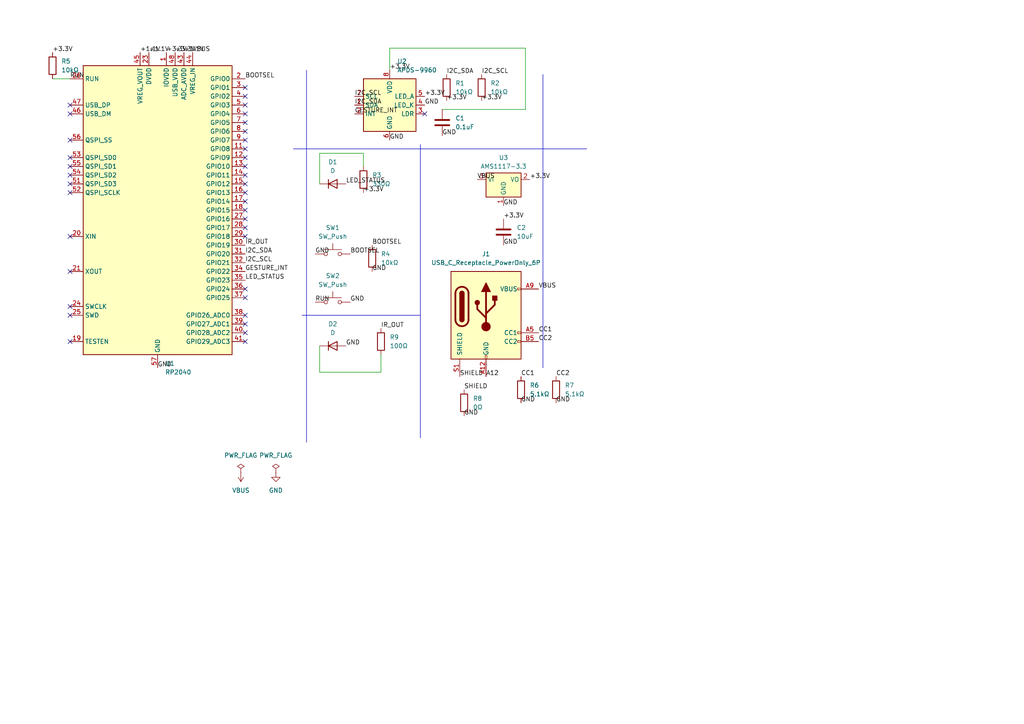
<source format=kicad_sch>
(kicad_sch (version 20231120) (generator "eeschema") (generator_version "8.0")
  (paper "A4")
  (lib_symbols
    (symbol "Connector:USB_C_Receptacle_PowerOnly_6P" (pin_names (offset 1.016))
      (property "Reference" "J" (at 0 16.51 0))
      (property "Value" "USB_C_Receptacle_PowerOnly_6P" (at 0 13.97 0))
      (symbol "USB_C_Receptacle_PowerOnly_6P_0_0"
        (rectangle (start -0.254 -12.7) (end 0.254 -11.684))
        (rectangle (start 10.16 -7.366) (end 9.144 -7.874))
        (rectangle (start 10.16 -4.826) (end 9.144 -5.334))
        (rectangle (start 10.16 7.874) (end 9.144 7.366))
      )
      (symbol "USB_C_Receptacle_PowerOnly_6P_0_1"
        (rectangle (start -10.16 12.7) (end 10.16 -12.7) (stroke (width 0.254)) (fill (type background)))
        (arc (start -8.89 -1.27) (mid -6.985 -3.1667) (end -5.08 -1.27) (stroke (width 0.508)))
        (arc (start -7.62 -1.27) (mid -6.985 -1.9023) (end -6.35 -1.27) (stroke (width 0.254)))
        (arc (start -7.62 -1.27) (mid -6.985 -1.9023) (end -6.35 -1.27) (stroke (width 0.254)) (fill (type outline)))
        (rectangle (start -7.62 -1.27) (end -6.35 6.35) (stroke (width 0.254)) (fill (type outline)))
        (arc (start -6.35 6.35) (mid -6.985 6.9823) (end -7.62 6.35) (stroke (width 0.254)))
        (arc (start -6.35 6.35) (mid -6.985 6.9823) (end -7.62 6.35) (stroke (width 0.254)) (fill (type outline)))
        (arc (start -5.08 6.35) (mid -6.985 8.2467) (end -8.89 6.35) (stroke (width 0.508)))
        (circle (center -2.54 3.683) (radius 0.635) (stroke (width 0.254)) (fill (type outline)))
        (circle (center 0 -3.302) (radius 1.27) (fill (type outline)))
        (polyline (pts (xy -8.89 -1.27) (xy -8.89 6.35)) (stroke (width 0.508)))
        (polyline (pts (xy -5.08 6.35) (xy -5.08 -1.27)) (stroke (width 0.508)))
        (polyline (pts (xy 0 -3.302) (xy 0 6.858)) (stroke (width 0.508)))
        (polyline (pts (xy 0 -0.762) (xy -2.54 1.778) (xy -2.54 3.048)) (stroke (width 0.508)))
        (polyline (pts (xy 0 0.508) (xy 2.54 3.048) (xy 2.54 4.318)) (stroke (width 0.508)))
        (polyline (pts (xy -1.27 6.858) (xy 0 9.398) (xy 1.27 6.858) (xy -1.27 6.858)) (stroke (width 0.254)) (fill (type outline)))
        (rectangle (start 1.905 4.318) (end 3.175 5.588) (stroke (width 0.254)) (fill (type outline)))
      )
      (symbol "USB_C_Receptacle_PowerOnly_6P_1_1"
        (pin passive line (at 0 -17.78 90) (length 5.08) (name "GND") (number "A12"))
        (pin bidirectional line (at 15.24 -5.08 180) (length 5.08) (name "CC1") (number "A5"))
        (pin passive line (at 15.24 7.62 180) (length 5.08) (name "VBUS") (number "A9"))
        (pin passive line (at 0 -17.78 90) (length 5.08) hide (name "GND") (number "B12"))
        (pin bidirectional line (at 15.24 -7.62 180) (length 5.08) (name "CC2") (number "B5"))
        (pin passive line (at 15.24 7.62 180) (length 5.08) hide (name "VBUS") (number "B9"))
        (pin passive line (at -7.62 -17.78 90) (length 5.08) (name "SHIELD") (number "S1"))
      )
    )
    (symbol "Device:C" (pin_numbers hide) (pin_names (offset 0.254))
      (property "Reference" "C" (at 0.635 2.54 0))
      (property "Value" "C" (at 0.635 -2.54 0))
      (symbol "C_0_1"
        (polyline (pts (xy -2.032 -0.762) (xy 2.032 -0.762)) (stroke (width 0.508)))
        (polyline (pts (xy -2.032 0.762) (xy 2.032 0.762)) (stroke (width 0.508)))
      )
      (symbol "C_1_1"
        (pin passive line (at 0 3.81 270) (length 2.794) (name "~") (number "1"))
        (pin passive line (at 0 -3.81 90) (length 2.794) (name "~") (number "2"))
      )
    )
    (symbol "Device:D" (pin_numbers hide) (pin_names (offset 1.016) hide)
      (property "Reference" "D" (at 0 2.54 0))
      (property "Value" "D" (at 0 -2.54 0))
      (symbol "D_0_1"
        (polyline (pts (xy -1.27 1.27) (xy -1.27 -1.27)) (stroke (width 0.254)))
        (polyline (pts (xy 1.27 0) (xy -1.27 0)))
        (polyline (pts (xy 1.27 1.27) (xy 1.27 -1.27) (xy -1.27 0) (xy 1.27 1.27)) (stroke (width 0.254)))
      )
      (symbol "D_1_1"
        (pin passive line (at -3.81 0 0) (length 2.54) (name "K") (number "1"))
        (pin passive line (at 3.81 0 180) (length 2.54) (name "A") (number "2"))
      )
    )
    (symbol "Device:R" (pin_numbers hide) (pin_names (offset 0))
      (property "Reference" "R" (at 2.032 0 90))
      (property "Value" "R" (at 0 0 90))
      (symbol "R_0_1"
        (rectangle (start -1.016 -2.54) (end 1.016 2.54) (stroke (width 0.254)))
      )
      (symbol "R_1_1"
        (pin passive line (at 0 3.81 270) (length 1.27) (name "~") (number "1"))
        (pin passive line (at 0 -3.81 90) (length 1.27) (name "~") (number "2"))
      )
    )
    (symbol "MCU_RaspberryPi:RP2040"
      (property "Reference" "U" (at 17.78 45.72 0))
      (property "Value" "RP2040" (at 17.78 43.18 0))
      (symbol "RP2040_0_1"
        (rectangle (start -21.59 41.91) (end 21.59 -41.91) (stroke (width 0.254)) (fill (type background)))
      )
      (symbol "RP2040_1_1"
        (pin power_in line (at 2.54 45.72 270) (length 3.81) (name "IOVDD") (number "1"))
        (pin passive line (at 2.54 45.72 270) (length 3.81) hide (name "IOVDD") (number "10"))
        (pin bidirectional line (at 25.4 17.78 180) (length 3.81) (name "GPIO8") (number "11"))
        (pin bidirectional line (at 25.4 15.24 180) (length 3.81) (name "GPIO9") (number "12"))
        (pin bidirectional line (at 25.4 12.7 180) (length 3.81) (name "GPIO10") (number "13"))
        (pin bidirectional line (at 25.4 10.16 180) (length 3.81) (name "GPIO11") (number "14"))
        (pin bidirectional line (at 25.4 7.62 180) (length 3.81) (name "GPIO12") (number "15"))
        (pin bidirectional line (at 25.4 5.08 180) (length 3.81) (name "GPIO13") (number "16"))
        (pin bidirectional line (at 25.4 2.54 180) (length 3.81) (name "GPIO14") (number "17"))
        (pin bidirectional line (at 25.4 0 180) (length 3.81) (name "GPIO15") (number "18"))
        (pin input line (at -25.4 -38.1 0) (length 3.81) (name "TESTEN") (number "19"))
        (pin bidirectional line (at 25.4 38.1 180) (length 3.81) (name "GPIO0") (number "2"))
        (pin input line (at -25.4 -7.62 0) (length 3.81) (name "XIN") (number "20"))
        (pin passive line (at -25.4 -17.78 0) (length 3.81) (name "XOUT") (number "21"))
        (pin passive line (at 2.54 45.72 270) (length 3.81) hide (name "IOVDD") (number "22"))
        (pin power_in line (at -2.54 45.72 270) (length 3.81) (name "DVDD") (number "23"))
        (pin input line (at -25.4 -27.94 0) (length 3.81) (name "SWCLK") (number "24"))
        (pin bidirectional line (at -25.4 -30.48 0) (length 3.81) (name "SWD") (number "25"))
        (pin input line (at -25.4 38.1 0) (length 3.81) (name "RUN") (number "26"))
        (pin bidirectional line (at 25.4 -2.54 180) (length 3.81) (name "GPIO16") (number "27"))
        (pin bidirectional line (at 25.4 -5.08 180) (length 3.81) (name "GPIO17") (number "28"))
        (pin bidirectional line (at 25.4 -7.62 180) (length 3.81) (name "GPIO18") (number "29"))
        (pin bidirectional line (at 25.4 35.56 180) (length 3.81) (name "GPIO1") (number "3"))
        (pin bidirectional line (at 25.4 -10.16 180) (length 3.81) (name "GPIO19") (number "30"))
        (pin bidirectional line (at 25.4 -12.7 180) (length 3.81) (name "GPIO20") (number "31"))
        (pin bidirectional line (at 25.4 -15.24 180) (length 3.81) (name "GPIO21") (number "32"))
        (pin passive line (at 2.54 45.72 270) (length 3.81) hide (name "IOVDD") (number "33"))
        (pin bidirectional line (at 25.4 -17.78 180) (length 3.81) (name "GPIO22") (number "34"))
        (pin bidirectional line (at 25.4 -20.32 180) (length 3.81) (name "GPIO23") (number "35"))
        (pin bidirectional line (at 25.4 -22.86 180) (length 3.81) (name "GPIO24") (number "36"))
        (pin bidirectional line (at 25.4 -25.4 180) (length 3.81) (name "GPIO25") (number "37"))
        (pin bidirectional line (at 25.4 -30.48 180) (length 3.81) (name "GPIO26_ADC0") (number "38"))
        (pin bidirectional line (at 25.4 -33.02 180) (length 3.81) (name "GPIO27_ADC1") (number "39"))
        (pin bidirectional line (at 25.4 33.02 180) (length 3.81) (name "GPIO2") (number "4"))
        (pin bidirectional line (at 25.4 -35.56 180) (length 3.81) (name "GPIO28_ADC2") (number "40"))
        (pin bidirectional line (at 25.4 -38.1 180) (length 3.81) (name "GPIO29_ADC3") (number "41"))
        (pin passive line (at 2.54 45.72 270) (length 3.81) hide (name "IOVDD") (number "42"))
        (pin power_in line (at 7.62 45.72 270) (length 3.81) (name "ADC_AVDD") (number "43"))
        (pin power_in line (at 10.16 45.72 270) (length 3.81) (name "VREG_IN") (number "44"))
        (pin power_out line (at -5.08 45.72 270) (length 3.81) (name "VREG_VOUT") (number "45"))
        (pin bidirectional line (at -25.4 27.94 0) (length 3.81) (name "USB_DM") (number "46"))
        (pin bidirectional line (at -25.4 30.48 0) (length 3.81) (name "USB_DP") (number "47"))
        (pin power_in line (at 5.08 45.72 270) (length 3.81) (name "USB_VDD") (number "48"))
        (pin passive line (at 2.54 45.72 270) (length 3.81) hide (name "IOVDD") (number "49"))
        (pin bidirectional line (at 25.4 30.48 180) (length 3.81) (name "GPIO3") (number "5"))
        (pin passive line (at -2.54 45.72 270) (length 3.81) hide (name "DVDD") (number "50"))
        (pin bidirectional line (at -25.4 7.62 0) (length 3.81) (name "QSPI_SD3") (number "51"))
        (pin output line (at -25.4 5.08 0) (length 3.81) (name "QSPI_SCLK") (number "52"))
        (pin bidirectional line (at -25.4 15.24 0) (length 3.81) (name "QSPI_SD0") (number "53"))
        (pin bidirectional line (at -25.4 10.16 0) (length 3.81) (name "QSPI_SD2") (number "54"))
        (pin bidirectional line (at -25.4 12.7 0) (length 3.81) (name "QSPI_SD1") (number "55"))
        (pin bidirectional line (at -25.4 20.32 0) (length 3.81) (name "QSPI_SS") (number "56"))
        (pin power_in line (at 0 -45.72 90) (length 3.81) (name "GND") (number "57"))
        (pin bidirectional line (at 25.4 27.94 180) (length 3.81) (name "GPIO4") (number "6"))
        (pin bidirectional line (at 25.4 25.4 180) (length 3.81) (name "GPIO5") (number "7"))
        (pin bidirectional line (at 25.4 22.86 180) (length 3.81) (name "GPIO6") (number "8"))
        (pin bidirectional line (at 25.4 20.32 180) (length 3.81) (name "GPIO7") (number "9"))
      )
    )
    (symbol "Regulator_Linear:AMS1117-3.3"
      (property "Reference" "U" (at -3.81 3.175 0))
      (property "Value" "AMS1117-3.3" (at 0 3.175 0))
      (symbol "AMS1117-3.3_0_1"
        (rectangle (start -5.08 -5.08) (end 5.08 1.905) (stroke (width 0.254)) (fill (type background)))
      )
      (symbol "AMS1117-3.3_1_1"
        (pin power_in line (at 0 -7.62 90) (length 2.54) (name "GND") (number "1"))
        (pin power_out line (at 7.62 0 180) (length 2.54) (name "VO") (number "2"))
        (pin power_in line (at -7.62 0 0) (length 2.54) (name "VI") (number "3"))
      )
    )
    (symbol "Sensor:APDS-9960"
      (property "Reference" "U" (at -5.08 8.89 0))
      (property "Value" "APDS-9960" (at 6.35 8.89 0))
      (symbol "APDS-9960_0_1"
        (rectangle (start -7.62 7.62) (end 7.62 -7.62) (stroke (width 0.254)) (fill (type background)))
      )
      (symbol "APDS-9960_1_1"
        (pin bidirectional line (at -10.16 0 0) (length 2.54) (name "SDA") (number "1"))
        (pin open_collector line (at -10.16 -2.54 0) (length 2.54) (name "INT") (number "2"))
        (pin passive line (at 10.16 -2.54 180) (length 2.54) (name "LDR") (number "3"))
        (pin passive line (at 10.16 0 180) (length 2.54) (name "LED_K") (number "4"))
        (pin passive line (at 10.16 2.54 180) (length 2.54) (name "LED_A") (number "5"))
        (pin power_in line (at 0 -10.16 90) (length 2.54) (name "GND") (number "6"))
        (pin input line (at -10.16 2.54 0) (length 2.54) (name "SCL") (number "7"))
        (pin power_in line (at 0 10.16 270) (length 2.54) (name "VDD") (number "8"))
      )
    )
    (symbol "Switch:SW_Push" (pin_numbers hide) (pin_names (offset 1.016) hide)
      (property "Reference" "SW" (at 1.27 2.54 0))
      (property "Value" "SW_Push" (at 0 -1.524 0))
      (symbol "SW_Push_0_1"
        (circle (center -2.032 0) (radius 0.508))
        (polyline (pts (xy 0 1.27) (xy 0 3.048)))
        (polyline (pts (xy 2.54 1.27) (xy -2.54 1.27)))
        (circle (center 2.032 0) (radius 0.508))
        (pin passive line (at -5.08 0 0) (length 2.54) (name "1") (number "1"))
        (pin passive line (at 5.08 0 180) (length 2.54) (name "2") (number "2"))
      )
    )
    (symbol "power:GND" (power) (pin_numbers hide) (pin_names (offset 0) hide)
      (property "Value" "GND" (at 0 -3.81 0))
      (symbol "GND_0_1"
        (polyline (pts (xy 0 0) (xy 0 -1.27) (xy 1.27 -1.27) (xy 0 -2.54) (xy -1.27 -1.27) (xy 0 -1.27)))
      )
      (symbol "GND_1_1"
        (pin power_in line (at 0 0 270) (length 0) (name "~") (number "1"))
      )
    )
    (symbol "power:PWR_FLAG" (power) (pin_numbers hide) (pin_names (offset 0) hide)
      (property "Value" "PWR_FLAG" (at 0 3.81 0))
      (symbol "PWR_FLAG_0_0"
        (pin power_out line (at 0 0 90) (length 0) (name "~") (number "1"))
      )
      (symbol "PWR_FLAG_0_1"
        (polyline (pts (xy 0 0) (xy 0 1.27) (xy -1.016 1.905) (xy 0 2.54) (xy 1.016 1.905) (xy 0 1.27)))
      )
    )
    (symbol "power:VBUS" (power) (pin_numbers hide) (pin_names (offset 0) hide)
      (property "Value" "VBUS" (at 0 3.556 0))
      (symbol "VBUS_0_1"
        (polyline (pts (xy -0.762 1.27) (xy 0 2.54)))
        (polyline (pts (xy 0 0) (xy 0 2.54)))
        (polyline (pts (xy 0 2.54) (xy 0.762 1.27)))
      )
      (symbol "VBUS_1_1"
        (pin power_in line (at 0 0 90) (length 0) (name "~") (number "1"))
      )
    )
  )
  (no_connect (at 71.12 45.72))
  (no_connect (at 71.12 53.34))
  (no_connect (at 20.32 91.44))
  (no_connect (at 71.12 38.1))
  (no_connect (at 71.12 50.8))
  (no_connect (at 71.12 66.04))
  (no_connect (at 20.32 78.74))
  (no_connect (at 71.12 27.94))
  (no_connect (at 20.32 88.9))
  (no_connect (at 20.32 30.48))
  (no_connect (at 71.12 63.5))
  (no_connect (at 71.12 68.58))
  (no_connect (at 71.12 55.88))
  (no_connect (at 71.12 96.52))
  (no_connect (at 20.32 55.88))
  (no_connect (at 71.12 83.82))
  (no_connect (at 20.32 99.06))
  (no_connect (at 71.12 33.02))
  (no_connect (at 71.12 40.64))
  (no_connect (at 20.32 45.72))
  (no_connect (at 71.12 30.48))
  (no_connect (at 71.12 35.56))
  (no_connect (at 71.12 60.96))
  (no_connect (at 20.32 53.34))
  (no_connect (at 20.32 48.26))
  (no_connect (at 20.32 50.8))
  (no_connect (at 71.12 91.44))
  (no_connect (at 71.12 93.98))
  (no_connect (at 71.12 43.18))
  (no_connect (at 71.12 25.4))
  (no_connect (at 71.12 86.36))
  (no_connect (at 123.19 33.02))
  (no_connect (at 71.12 99.06))
  (no_connect (at 20.32 68.58))
  (no_connect (at 20.32 40.64))
  (no_connect (at 20.32 33.02))
  (no_connect (at 71.12 48.26))
  (no_connect (at 71.12 58.42))
  (wire (pts (xy 105.41 44.45) (xy 105.41 48.26)))
  (polyline (pts (xy 88.9 20.32) (xy 88.9 128.27)))
  (wire (pts (xy 152.4 13.97) (xy 113.03 13.97)))
  (polyline (pts (xy 157.48 21.59) (xy 157.48 106.68)))
  (wire (pts (xy 92.71 44.45) (xy 105.41 44.45)))
  (polyline (pts (xy 121.92 91.44) (xy 87.63 91.44)))
  (polyline (pts (xy 121.92 41.91) (xy 121.92 127)))
  (wire (pts (xy 15.24 22.86) (xy 20.32 22.86)))
  (wire (pts (xy 113.03 13.97) (xy 113.03 20.32)))
  (wire (pts (xy 92.71 53.34) (xy 92.71 44.45)))
  (wire (pts (xy 110.49 107.95) (xy 92.71 107.95)))
  (polyline (pts (xy 170.18 43.18) (xy 85.09 43.18)))
  (wire (pts (xy 92.71 107.95) (xy 92.71 100.33)))
  (wire (pts (xy 152.4 31.75) (xy 152.4 13.97)))
  (wire (pts (xy 110.49 102.87) (xy 110.49 107.95)))
  (wire (pts (xy 128.27 31.75) (xy 152.4 31.75)))
  (label "RUN" (at 91.44 87.63 0))
  (label "BOOTSEL" (at 107.95 71.12 0))
  (label "GND" (at 161.29 116.84 0))
  (label "+3.3V" (at 129.54 29.21 0))
  (label "SHIELD" (at 134.62 113.03 0))
  (label "GND" (at 146.05 59.69 0))
  (label "SHIELD" (at 133.35 109.22 0))
  (label "GND" (at 134.62 120.65 0))
  (label "VBUS" (at 55.88 15.24 0))
  (label "+3.3V" (at 15.24 15.24 0))
  (label "GND" (at 100.33 100.33 0))
  (label "+3.3V" (at 146.05 63.5 0))
  (label "LED_STATUS" (at 100.33 53.34 0))
  (label "+3.3V" (at 105.41 55.88 0))
  (label "GND" (at 101.6 87.63 0))
  (label "GND" (at 128.27 39.37 0))
  (label "GND" (at 123.19 30.48 0))
  (label "+3.3V" (at 153.67 52.07 0))
  (label "I2C_SDA" (at 102.87 30.48 0))
  (label "I2C_SDA" (at 71.12 73.66 0))
  (label "GND" (at 113.03 40.64 0))
  (label "+3.3V" (at 113.03 20.32 0))
  (label "+1.1V" (at 43.18 15.24 0))
  (label "BOOTSEL" (at 71.12 22.86 0))
  (label "GND" (at 45.72 106.68 0))
  (label "VBUS" (at 138.43 52.07 0))
  (label "IR_OUT" (at 110.49 95.25 0))
  (label "+1.1V" (at 40.64 15.24 0))
  (label "VBUS" (at 156.21 83.82 0))
  (label "CC1" (at 156.21 96.52 0))
  (label "RUN" (at 20.32 22.86 0))
  (label "GND" (at 107.95 78.74 0))
  (label "A12" (at 140.97 109.22 0))
  (label "+3.3V" (at 48.26 15.24 0))
  (label "CC2" (at 161.29 109.22 0))
  (label "I2C_SCL" (at 71.12 76.2 0))
  (label "GND" (at 151.13 116.84 0))
  (label "I2C_SDA" (at 129.54 21.59 0))
  (label "LED_STATUS" (at 71.12 81.28 0))
  (label "GESTURE_INT" (at 102.87 33.02 0))
  (label "+3.3V" (at 123.19 27.94 0))
  (label "+3.3V" (at 50.8 15.24 0))
  (label "GND" (at 146.05 71.12 0))
  (label "GESTURE_INT" (at 71.12 78.74 0))
  (label "IR_OUT" (at 71.12 71.12 0))
  (label "GND" (at 91.44 73.66 0))
  (label "I2C_SCL" (at 139.7 21.59 0))
  (label "+3.3V" (at 139.7 29.21 0))
  (label "CC2" (at 156.21 99.06 0))
  (label "BOOTSEL" (at 101.6 73.66 0))
  (label "I2C_SCL" (at 102.87 27.94 0))
  (label "+1.1V" (at 53.34 15.24 0))
  (label "CC1" (at 151.13 109.22 0))
  (symbol (lib_id "Device:R") (at 110.49 99.06 0) (unit 1)
    (property "Reference" "R9" (at 113.03 97.7899 0) (effects (justify left)))
    (property "Value" "100Ω" (at 113.03 100.3299 0) (effects (justify left)))
    (property "Footprint" "Resistor_SMD:R_0603_1608Metric" (effects (hide yes)))
    (property "Description" "Resistor" (effects (hide yes)))
  )
  (symbol (lib_id "Device:C") (at 146.05 67.31 0) (unit 1)
    (property "Reference" "C2" (at 149.86 66.0399 0) (effects (justify left)))
    (property "Value" "10uF" (at 149.86 68.5799 0) (effects (justify left)))
    (property "Footprint" "Capacitor_SMD:C_0603_1608Metric" (effects (hide yes)))
    (property "Description" "Unpolarized capacitor" (effects (hide yes)))
  )
  (symbol (lib_id "Device:R") (at 105.41 52.07 0) (unit 1)
    (property "Reference" "R3" (at 107.95 50.7999 0) (effects (justify left)))
    (property "Value" "330Ω" (at 107.95 53.3399 0) (effects (justify left)))
    (property "Footprint" "Resistor_SMD:R_0603_1608Metric" (effects (hide yes)))
    (property "Description" "Resistor" (effects (hide yes)))
  )
  (symbol (lib_id "Device:R") (at 134.62 116.84 0) (unit 1)
    (property "Reference" "R8" (at 137.16 115.5699 0) (effects (justify left)))
    (property "Value" "0Ω" (at 137.16 118.1099 0) (effects (justify left)))
    (property "Footprint" "Resistor_SMD:R_0603_1608Metric" (effects (hide yes)))
    (property "Description" "Resistor" (effects (hide yes)))
  )
  (symbol (lib_id "Device:R") (at 15.24 19.05 0) (unit 1)
    (property "Reference" "R5" (at 17.78 17.7799 0) (effects (justify left)))
    (property "Value" "10kΩ" (at 17.78 20.3199 0) (effects (justify left)))
    (property "Footprint" "Resistor_SMD:R_0603_1608Metric" (effects (hide yes)))
    (property "Description" "Resistor" (effects (hide yes)))
  )
  (symbol (lib_id "Switch:SW_Push") (at 96.52 87.63 0) (unit 1)
    (property "Reference" "SW2" (at 96.52 80.01 0))
    (property "Value" "SW_Push" (at 96.52 82.55 0))
    (property "Footprint" "Button_Switch_SMD:SW_SPST_SKQG_WithStem" (effects (hide yes)))
    (property "Description" "Push button switch, generic, two pins" (effects (hide yes)))
  )
  (symbol (lib_id "Device:C") (at 128.27 35.56 0) (unit 1)
    (property "Reference" "C1" (at 132.08 34.2899 0) (effects (justify left)))
    (property "Value" "0.1uF" (at 132.08 36.8299 0) (effects (justify left)))
    (property "Footprint" "Capacitor_SMD:C_0603_1608Metric" (effects (hide yes)))
    (property "Description" "Unpolarized capacitor" (effects (hide yes)))
  )
  (symbol (lib_id "Sensor:APDS-9960") (at 113.03 30.48 0) (unit 1)
    (property "Reference" "U2" (at 115.2241 17.78 0) (effects (justify left)))
    (property "Value" "APDS-9960" (at 115.2241 20.32 0) (effects (justify left)))
    (property "Footprint" "Sensor:Avago_APDS-9960" (effects (hide yes)))
    (property "Datasheet" "https://docs.broadcom.com/doc/AV02-4191EN" (effects (hide yes)))
    (property "Description" "Digital Proximity, Ambient Light, RGB and Gesture Sensor" (effects (hide yes)))
  )
  (symbol (lib_id "Connector:USB_C_Receptacle_PowerOnly_6P") (at 140.97 91.44 0) (unit 1)
    (property "Reference" "J1" (at 140.97 73.66 0))
    (property "Value" "USB_C_Receptacle_PowerOnly_6P" (at 140.97 76.2 0))
    (property "Footprint" "Connector_USB:USB_C_Receptacle_GCT_USB4125-xx-x-0190_6P_TopMnt_Horizontal" (effects (hide yes)))
    (property "Datasheet" "https://www.usb.org/sites/default/files/documents/usb_type-c.zip" (effects (hide yes)))
    (property "Description" "USB Power-Only 6P Type-C Receptacle connector" (effects (hide yes)))
  )
  (symbol (lib_id "Device:R") (at 151.13 113.03 0) (unit 1)
    (property "Reference" "R6" (at 153.67 111.7599 0) (effects (justify left)))
    (property "Value" "5.1kΩ" (at 153.67 114.2999 0) (effects (justify left)))
    (property "Footprint" "Resistor_SMD:R_0603_1608Metric" (effects (hide yes)))
    (property "Description" "Resistor" (effects (hide yes)))
  )
  (symbol (lib_id "Device:R") (at 139.7 25.4 0) (unit 1)
    (property "Reference" "R2" (at 142.24 24.1299 0) (effects (justify left)))
    (property "Value" "10kΩ" (at 142.24 26.6699 0) (effects (justify left)))
    (property "Footprint" "Resistor_SMD:R_0603_1608Metric" (effects (hide yes)))
    (property "Description" "Resistor" (effects (hide yes)))
  )
  (symbol (lib_id "Switch:SW_Push") (at 96.52 73.66 0) (unit 1)
    (property "Reference" "SW1" (at 96.52 66.04 0))
    (property "Value" "SW_Push" (at 96.52 68.58 0))
    (property "Footprint" "Button_Switch_SMD:SW_SPST_SKQG_WithStem" (effects (hide yes)))
    (property "Description" "Push button switch, generic, two pins" (effects (hide yes)))
  )
  (symbol (lib_id "power:PWR_FLAG") (at 80.01 137.16 0) (unit 1)
    (property "Reference" "#FLG01" (effects (hide yes)))
    (property "Value" "PWR_FLAG" (at 80.01 132.08 0))
    (property "Description" "Special symbol for telling ERC where power comes from" (effects (hide yes)))
  )
  (symbol (lib_id "power:VBUS") (at 69.85 137.16 180) (unit 1)
    (property "Reference" "#PWR02" (effects (hide yes)))
    (property "Value" "VBUS" (at 69.85 142.24 0))
    (property "Description" "Power symbol creates a global label with name \"VBUS\"" (effects (hide yes)))
  )
  (symbol (lib_id "power:PWR_FLAG") (at 69.85 137.16 0) (unit 1)
    (property "Reference" "#FLG02" (effects (hide yes)))
    (property "Value" "PWR_FLAG" (at 69.85 132.08 0))
    (property "Description" "Special symbol for telling ERC where power comes from" (effects (hide yes)))
  )
  (symbol (lib_id "Device:R") (at 107.95 74.93 0) (unit 1)
    (property "Reference" "R4" (at 110.49 73.6599 0) (effects (justify left)))
    (property "Value" "10kΩ" (at 110.49 76.1999 0) (effects (justify left)))
    (property "Footprint" "Resistor_SMD:R_0603_1608Metric" (effects (hide yes)))
    (property "Description" "Resistor" (effects (hide yes)))
  )
  (symbol (lib_id "MCU_RaspberryPi:RP2040") (at 45.72 60.96 0) (unit 1)
    (property "Reference" "U1" (at 47.9141 105.41 0) (effects (justify left)))
    (property "Value" "RP2040" (at 47.9141 107.95 0) (effects (justify left)))
    (property "Footprint" "Package_DFN_QFN:QFN-56-1EP_7x7mm_P0.4mm_EP3.2x3.2mm" (effects (hide yes)))
    (property "Datasheet" "https://datasheets.raspberrypi.com/rp2040/rp2040-datasheet.pdf" (effects (hide yes)))
    (property "Description" "A microcontroller by Raspberry Pi" (effects (hide yes)))
  )
  (symbol (lib_id "Device:D") (at 96.52 100.33 0) (unit 1)
    (property "Reference" "D2" (at 96.52 93.98 0))
    (property "Value" "D" (at 96.52 96.52 0))
    (property "Footprint" "Diode_SMD:D_0603_1608Metric" (effects (hide yes)))
    (property "Description" "Diode" (effects (hide yes)))
    (property "Sim.Device" "D" (effects (hide yes)))
    (property "Sim.Pins" "1=K 2=A" (effects (hide yes)))
  )
  (symbol (lib_id "Device:R") (at 161.29 113.03 0) (unit 1)
    (property "Reference" "R7" (at 163.83 111.7599 0) (effects (justify left)))
    (property "Value" "5.1kΩ" (at 163.83 114.2999 0) (effects (justify left)))
    (property "Footprint" "Resistor_SMD:R_0603_1608Metric" (effects (hide yes)))
    (property "Description" "Resistor" (effects (hide yes)))
  )
  (symbol (lib_id "Device:R") (at 129.54 25.4 0) (unit 1)
    (property "Reference" "R1" (at 132.08 24.1299 0) (effects (justify left)))
    (property "Value" "10kΩ" (at 132.08 26.6699 0) (effects (justify left)))
    (property "Footprint" "Resistor_SMD:R_0603_1608Metric" (effects (hide yes)))
    (property "Description" "Resistor" (effects (hide yes)))
  )
  (symbol (lib_id "Regulator_Linear:AMS1117-3.3") (at 146.05 52.07 0) (unit 1)
    (property "Reference" "U3" (at 146.05 45.72 0))
    (property "Value" "AMS1117-3.3" (at 146.05 48.26 0))
    (property "Footprint" "Package_TO_SOT_SMD:SOT-223-3_TabPin2" (effects (hide yes)))
    (property "Datasheet" "http://www.advanced-monolithic.com/pdf/ds1117.pdf" (effects (hide yes)))
    (property "Description" "1A Low Dropout regulator, positive, 3.3V fixed output, SOT-223" (effects (hide yes)))
  )
  (symbol (lib_id "Device:D") (at 96.52 53.34 0) (unit 1)
    (property "Reference" "D1" (at 96.52 46.99 0))
    (property "Value" "D" (at 96.52 49.53 0))
    (property "Footprint" "Diode_SMD:D_0603_1608Metric" (effects (hide yes)))
    (property "Description" "Diode" (effects (hide yes)))
    (property "Sim.Device" "D" (effects (hide yes)))
    (property "Sim.Pins" "1=K 2=A" (effects (hide yes)))
  )
  (symbol (lib_id "power:GND") (at 80.01 137.16 0) (unit 1)
    (property "Reference" "#PWR01" (effects (hide yes)))
    (property "Value" "GND" (at 80.01 142.24 0))
    (property "Description" "Power symbol creates a global label with name \"GND\" , ground" (effects (hide yes)))
  )
)
</source>
